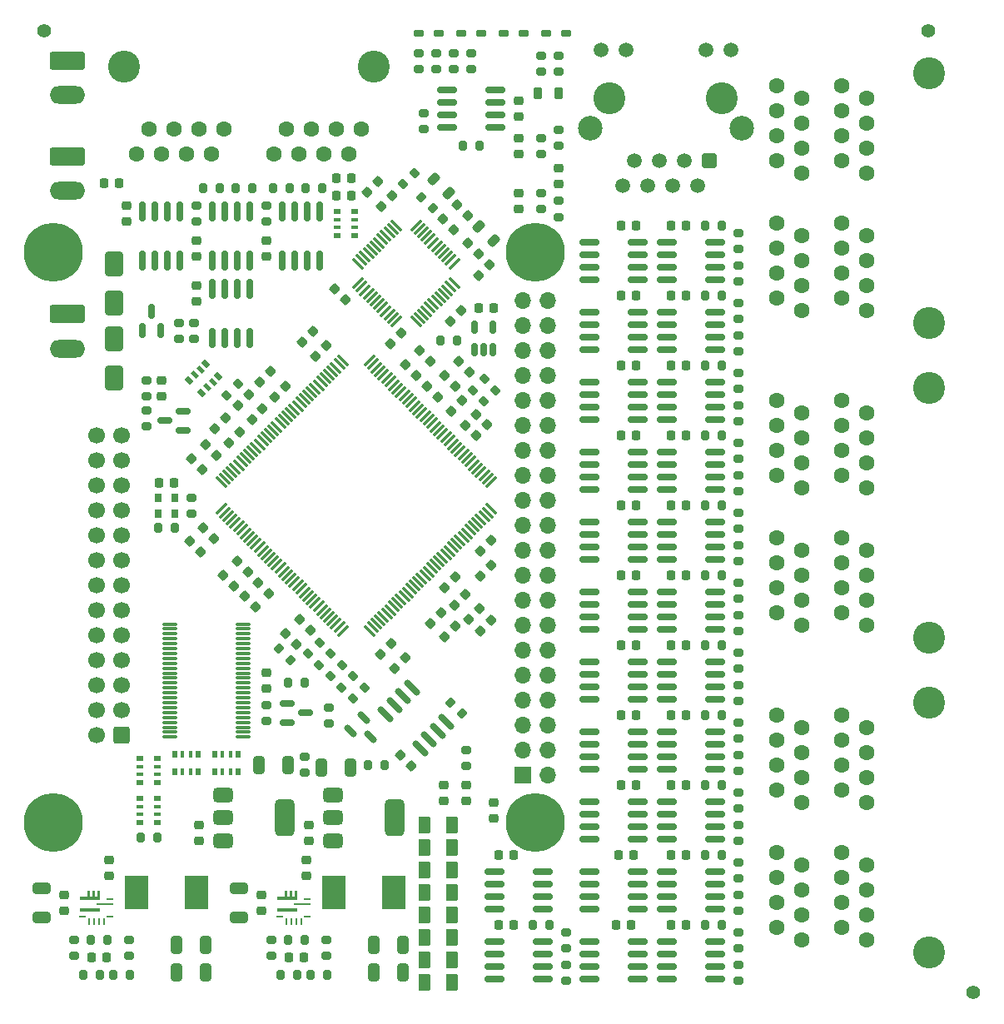
<source format=gbr>
%TF.GenerationSoftware,KiCad,Pcbnew,8.0.5*%
%TF.CreationDate,2025-02-16T21:21:17+01:00*%
%TF.ProjectId,stmbl-fpga-master,73746d62-6c2d-4667-9067-612d6d617374,rev?*%
%TF.SameCoordinates,Original*%
%TF.FileFunction,Soldermask,Top*%
%TF.FilePolarity,Negative*%
%FSLAX46Y46*%
G04 Gerber Fmt 4.6, Leading zero omitted, Abs format (unit mm)*
G04 Created by KiCad (PCBNEW 8.0.5) date 2025-02-16 21:21:17*
%MOMM*%
%LPD*%
G01*
G04 APERTURE LIST*
G04 Aperture macros list*
%AMRoundRect*
0 Rectangle with rounded corners*
0 $1 Rounding radius*
0 $2 $3 $4 $5 $6 $7 $8 $9 X,Y pos of 4 corners*
0 Add a 4 corners polygon primitive as box body*
4,1,4,$2,$3,$4,$5,$6,$7,$8,$9,$2,$3,0*
0 Add four circle primitives for the rounded corners*
1,1,$1+$1,$2,$3*
1,1,$1+$1,$4,$5*
1,1,$1+$1,$6,$7*
1,1,$1+$1,$8,$9*
0 Add four rect primitives between the rounded corners*
20,1,$1+$1,$2,$3,$4,$5,0*
20,1,$1+$1,$4,$5,$6,$7,0*
20,1,$1+$1,$6,$7,$8,$9,0*
20,1,$1+$1,$8,$9,$2,$3,0*%
%AMRotRect*
0 Rectangle, with rotation*
0 The origin of the aperture is its center*
0 $1 length*
0 $2 width*
0 $3 Rotation angle, in degrees counterclockwise*
0 Add horizontal line*
21,1,$1,$2,0,0,$3*%
%AMFreePoly0*
4,1,43,0.169134,1.046194,0.185355,1.035355,0.196194,1.019134,0.200000,1.000000,0.200000,0.225000,0.700000,0.225000,0.735355,0.210355,0.750000,0.175000,0.750000,0.025000,0.735355,-0.010355,0.700000,-0.025000,0.200000,-0.025000,0.200000,-0.275000,0.700000,-0.275000,0.735355,-0.289645,0.750000,-0.325000,0.750000,-0.475000,0.735355,-0.510355,0.700000,-0.525000,0.200000,-0.525000,
0.200000,-0.775000,0.700000,-0.775000,0.735355,-0.789645,0.750000,-0.825000,0.750000,-0.975000,0.735355,-1.010355,0.700000,-1.025000,0.192274,-1.025000,0.185355,-1.035355,0.169134,-1.046194,0.150000,-1.050000,-0.150000,-1.050000,-0.169134,-1.046194,-0.185355,-1.035355,-0.196194,-1.019134,-0.200000,-1.000000,-0.200000,1.000000,-0.196194,1.019134,-0.185355,1.035355,-0.169134,1.046194,
-0.150000,1.050000,0.150000,1.050000,0.169134,1.046194,0.169134,1.046194,$1*%
G04 Aperture macros list end*
%ADD10C,1.400000*%
%ADD11O,3.600000X1.800000*%
%ADD12RoundRect,0.250000X-1.550000X0.650000X-1.550000X-0.650000X1.550000X-0.650000X1.550000X0.650000X0*%
%ADD13RoundRect,0.075000X0.662500X0.075000X-0.662500X0.075000X-0.662500X-0.075000X0.662500X-0.075000X0*%
%ADD14RoundRect,0.150000X-0.825000X-0.150000X0.825000X-0.150000X0.825000X0.150000X-0.825000X0.150000X0*%
%ADD15RoundRect,0.200000X-0.053033X0.335876X-0.335876X0.053033X0.053033X-0.335876X0.335876X-0.053033X0*%
%ADD16RoundRect,0.225000X0.225000X0.250000X-0.225000X0.250000X-0.225000X-0.250000X0.225000X-0.250000X0*%
%ADD17RoundRect,0.225000X-0.335876X-0.017678X-0.017678X-0.335876X0.335876X0.017678X0.017678X0.335876X0*%
%ADD18RoundRect,0.225000X0.335876X0.017678X0.017678X0.335876X-0.335876X-0.017678X-0.017678X-0.335876X0*%
%ADD19RoundRect,0.200000X-0.275000X0.200000X-0.275000X-0.200000X0.275000X-0.200000X0.275000X0.200000X0*%
%ADD20RoundRect,0.225000X-0.250000X0.225000X-0.250000X-0.225000X0.250000X-0.225000X0.250000X0.225000X0*%
%ADD21RoundRect,0.200000X-0.200000X-0.275000X0.200000X-0.275000X0.200000X0.275000X-0.200000X0.275000X0*%
%ADD22RoundRect,0.225000X-0.017678X0.335876X-0.335876X0.017678X0.017678X-0.335876X0.335876X-0.017678X0*%
%ADD23RoundRect,0.225000X-0.225000X-0.250000X0.225000X-0.250000X0.225000X0.250000X-0.225000X0.250000X0*%
%ADD24RoundRect,0.200000X-0.335876X-0.053033X-0.053033X-0.335876X0.335876X0.053033X0.053033X0.335876X0*%
%ADD25RoundRect,0.225000X0.017678X-0.335876X0.335876X-0.017678X-0.017678X0.335876X-0.335876X0.017678X0*%
%ADD26RoundRect,0.250000X-0.375000X-0.625000X0.375000X-0.625000X0.375000X0.625000X-0.375000X0.625000X0*%
%ADD27RoundRect,0.250000X0.325000X0.650000X-0.325000X0.650000X-0.325000X-0.650000X0.325000X-0.650000X0*%
%ADD28RoundRect,0.200000X0.335876X0.053033X0.053033X0.335876X-0.335876X-0.053033X-0.053033X-0.335876X0*%
%ADD29RoundRect,0.218750X-0.256250X0.218750X-0.256250X-0.218750X0.256250X-0.218750X0.256250X0.218750X0*%
%ADD30RoundRect,0.200000X0.275000X-0.200000X0.275000X0.200000X-0.275000X0.200000X-0.275000X-0.200000X0*%
%ADD31RoundRect,0.150000X-0.521491X0.309359X0.309359X-0.521491X0.521491X-0.309359X-0.309359X0.521491X0*%
%ADD32RoundRect,0.200000X0.053033X-0.335876X0.335876X-0.053033X-0.053033X0.335876X-0.335876X0.053033X0*%
%ADD33RoundRect,0.187500X0.312500X0.187500X-0.312500X0.187500X-0.312500X-0.187500X0.312500X-0.187500X0*%
%ADD34RoundRect,0.150000X0.150000X-0.825000X0.150000X0.825000X-0.150000X0.825000X-0.150000X-0.825000X0*%
%ADD35C,1.600000*%
%ADD36C,3.250000*%
%ADD37RoundRect,0.375000X-0.625000X-0.375000X0.625000X-0.375000X0.625000X0.375000X-0.625000X0.375000X0*%
%ADD38RoundRect,0.500000X-0.500000X-1.400000X0.500000X-1.400000X0.500000X1.400000X-0.500000X1.400000X0*%
%ADD39RoundRect,0.250000X0.600000X0.600000X-0.600000X0.600000X-0.600000X-0.600000X0.600000X-0.600000X0*%
%ADD40C,1.700000*%
%ADD41R,2.350000X3.500000*%
%ADD42RoundRect,0.250000X-0.650000X0.325000X-0.650000X-0.325000X0.650000X-0.325000X0.650000X0.325000X0*%
%ADD43R,0.500000X0.800000*%
%ADD44R,0.400000X0.800000*%
%ADD45RoundRect,0.225000X0.250000X-0.225000X0.250000X0.225000X-0.250000X0.225000X-0.250000X-0.225000X0*%
%ADD46RoundRect,0.050000X0.075000X0.250000X-0.075000X0.250000X-0.075000X-0.250000X0.075000X-0.250000X0*%
%ADD47RoundRect,0.050000X0.250000X-0.075000X0.250000X0.075000X-0.250000X0.075000X-0.250000X-0.075000X0*%
%ADD48RoundRect,0.050000X0.800000X-0.075000X0.800000X0.075000X-0.800000X0.075000X-0.800000X-0.075000X0*%
%ADD49FreePoly0,90.000000*%
%ADD50RoundRect,0.050000X1.000000X-0.150000X1.000000X0.150000X-1.000000X0.150000X-1.000000X-0.150000X0*%
%ADD51RoundRect,0.150000X0.587500X0.150000X-0.587500X0.150000X-0.587500X-0.150000X0.587500X-0.150000X0*%
%ADD52RoundRect,0.150000X-0.587500X-0.150000X0.587500X-0.150000X0.587500X0.150000X-0.587500X0.150000X0*%
%ADD53RoundRect,0.200000X0.200000X0.275000X-0.200000X0.275000X-0.200000X-0.275000X0.200000X-0.275000X0*%
%ADD54RoundRect,0.150000X0.150000X-0.512500X0.150000X0.512500X-0.150000X0.512500X-0.150000X-0.512500X0*%
%ADD55RoundRect,0.150000X0.150000X-0.587500X0.150000X0.587500X-0.150000X0.587500X-0.150000X-0.587500X0*%
%ADD56R,0.800000X0.500000*%
%ADD57R,0.800000X0.400000*%
%ADD58RoundRect,0.250000X-0.650000X1.000000X-0.650000X-1.000000X0.650000X-1.000000X0.650000X1.000000X0*%
%ADD59RotRect,0.800000X0.500000X315.000000*%
%ADD60RotRect,0.800000X0.400000X315.000000*%
%ADD61RoundRect,0.250000X0.650000X-1.000000X0.650000X1.000000X-0.650000X1.000000X-0.650000X-1.000000X0*%
%ADD62RoundRect,0.075000X-0.521491X0.415425X0.415425X-0.521491X0.521491X-0.415425X-0.415425X0.521491X0*%
%ADD63RoundRect,0.075000X-0.521491X-0.415425X-0.415425X-0.521491X0.521491X0.415425X0.415425X0.521491X0*%
%ADD64C,2.500000*%
%ADD65C,1.500000*%
%ADD66RoundRect,0.250500X0.499500X0.499500X-0.499500X0.499500X-0.499500X-0.499500X0.499500X-0.499500X0*%
%ADD67R,0.650000X0.850000*%
%ADD68O,1.700000X1.700000*%
%ADD69R,1.700000X1.700000*%
%ADD70C,6.000000*%
%ADD71RoundRect,0.150000X-0.689429X0.477297X0.477297X-0.689429X0.689429X-0.477297X-0.477297X0.689429X0*%
%ADD72RoundRect,0.075000X0.521491X-0.415425X-0.415425X0.521491X-0.521491X0.415425X0.415425X-0.521491X0*%
%ADD73RoundRect,0.075000X0.521491X0.415425X0.415425X0.521491X-0.521491X-0.415425X-0.415425X-0.521491X0*%
%ADD74RoundRect,0.218750X-0.424264X-0.114905X-0.114905X-0.424264X0.424264X0.114905X0.114905X0.424264X0*%
%ADD75RoundRect,0.218750X0.218750X0.381250X-0.218750X0.381250X-0.218750X-0.381250X0.218750X-0.381250X0*%
G04 APERTURE END LIST*
D10*
%TO.C,REF\u002A\u002A*%
X32540000Y-31016000D03*
%TD*%
%TO.C,REF\u002A\u002A*%
X127028000Y-128806000D03*
%TD*%
D11*
%TO.C,J2*%
X34932500Y-47250000D03*
D12*
X34932500Y-43750000D03*
%TD*%
D13*
%TO.C,U2401*%
X52762500Y-102806000D03*
X52762500Y-102306000D03*
X52762500Y-101806000D03*
X52762500Y-101306000D03*
X52762500Y-100806000D03*
X52762500Y-100306000D03*
X52762500Y-99806000D03*
X52762500Y-99306000D03*
X52762500Y-98806000D03*
X52762500Y-98306000D03*
X52762500Y-97806000D03*
X52762500Y-97306000D03*
X52762500Y-96806000D03*
X52762500Y-96306000D03*
X52762500Y-95806000D03*
X52762500Y-95306000D03*
X52762500Y-94806000D03*
X52762500Y-94306000D03*
X52762500Y-93806000D03*
X52762500Y-93306000D03*
X52762500Y-92806000D03*
X52762500Y-92306000D03*
X52762500Y-91806000D03*
X52762500Y-91306000D03*
X45337500Y-91306000D03*
X45337500Y-91806000D03*
X45337500Y-92306000D03*
X45337500Y-92806000D03*
X45337500Y-93306000D03*
X45337500Y-93806000D03*
X45337500Y-94306000D03*
X45337500Y-94806000D03*
X45337500Y-95306000D03*
X45337500Y-95806000D03*
X45337500Y-96306000D03*
X45337500Y-96806000D03*
X45337500Y-97306000D03*
X45337500Y-97806000D03*
X45337500Y-98306000D03*
X45337500Y-98806000D03*
X45337500Y-99306000D03*
X45337500Y-99806000D03*
X45337500Y-100306000D03*
X45337500Y-100806000D03*
X45337500Y-101306000D03*
X45337500Y-101806000D03*
X45337500Y-102306000D03*
X45337500Y-102806000D03*
%TD*%
D14*
%TO.C,U1802*%
X95851000Y-80927000D03*
X95851000Y-82197000D03*
X95851000Y-83467000D03*
X95851000Y-84737000D03*
X100801000Y-84737000D03*
X100801000Y-83467000D03*
X100801000Y-82197000D03*
X100801000Y-80927000D03*
%TD*%
D15*
%TO.C,R116*%
X63984363Y-96599637D03*
X62817637Y-97766363D03*
%TD*%
D16*
%TO.C,C2102*%
X97831000Y-121948000D03*
X96281000Y-121948000D03*
%TD*%
D14*
%TO.C,U1102*%
X95851000Y-73815000D03*
X95851000Y-75085000D03*
X95851000Y-76355000D03*
X95851000Y-77625000D03*
X100801000Y-77625000D03*
X100801000Y-76355000D03*
X100801000Y-75085000D03*
X100801000Y-73815000D03*
%TD*%
D17*
%TO.C,C126*%
X54343992Y-87109992D03*
X55440008Y-88206008D03*
%TD*%
D18*
%TO.C,C122*%
X48455008Y-84015008D03*
X47358992Y-82918992D03*
%TD*%
D19*
%TO.C,R1903*%
X103152000Y-97501000D03*
X103152000Y-99151000D03*
%TD*%
D20*
%TO.C,C2202*%
X48034000Y-52339000D03*
X48034000Y-53889000D03*
%TD*%
D19*
%TO.C,R106*%
X75466000Y-104105000D03*
X75466000Y-105755000D03*
%TD*%
%TO.C,R609*%
X83086000Y-47463000D03*
X83086000Y-49113000D03*
%TD*%
D16*
%TO.C,C207*%
X38903000Y-125250000D03*
X37353000Y-125250000D03*
%TD*%
D21*
%TO.C,R209*%
X59655000Y-127028000D03*
X61305000Y-127028000D03*
%TD*%
D22*
%TO.C,C120*%
X74363008Y-91554992D03*
X73266992Y-92651008D03*
%TD*%
D23*
%TO.C,C608*%
X62245000Y-47780000D03*
X63795000Y-47780000D03*
%TD*%
D11*
%TO.C,J1*%
X34932500Y-63305000D03*
D12*
X34932500Y-59805000D03*
%TD*%
D17*
%TO.C,C609*%
X75646987Y-52591520D03*
X76743003Y-53687536D03*
%TD*%
D24*
%TO.C,R105*%
X73866637Y-99266637D03*
X75033363Y-100433363D03*
%TD*%
D25*
%TO.C,C119*%
X68186992Y-95826008D03*
X69283008Y-94729992D03*
%TD*%
D19*
%TO.C,R1703*%
X103152000Y-69053000D03*
X103152000Y-70703000D03*
%TD*%
D26*
%TO.C,F81*%
X71272000Y-111788000D03*
X74072000Y-111788000D03*
%TD*%
D16*
%TO.C,C703*%
X78273000Y-59210000D03*
X76723000Y-59210000D03*
%TD*%
D14*
%TO.C,U1302*%
X95851000Y-102263000D03*
X95851000Y-103533000D03*
X95851000Y-104803000D03*
X95851000Y-106073000D03*
X100801000Y-106073000D03*
X100801000Y-104803000D03*
X100801000Y-103533000D03*
X100801000Y-102263000D03*
%TD*%
D27*
%TO.C,C211*%
X69067000Y-123980000D03*
X66117000Y-123980000D03*
%TD*%
D21*
%TO.C,R207*%
X36541000Y-127028000D03*
X38191000Y-127028000D03*
%TD*%
D19*
%TO.C,R1502*%
X85626000Y-122647000D03*
X85626000Y-124297000D03*
%TD*%
D16*
%TO.C,C1302*%
X97831000Y-100612000D03*
X96281000Y-100612000D03*
%TD*%
D17*
%TO.C,C123*%
X52946992Y-88506992D03*
X54043008Y-89603008D03*
%TD*%
D23*
%TO.C,C610*%
X62245000Y-46002000D03*
X63795000Y-46002000D03*
%TD*%
D28*
%TO.C,R603*%
X72108624Y-49053158D03*
X70941898Y-47886432D03*
%TD*%
D25*
%TO.C,C115*%
X66789992Y-94429008D03*
X67886008Y-93332992D03*
%TD*%
D21*
%TO.C,R2202*%
X48733000Y-47018000D03*
X50383000Y-47018000D03*
%TD*%
%TO.C,R703*%
X72863000Y-62512000D03*
X74513000Y-62512000D03*
%TD*%
D14*
%TO.C,U2002*%
X95851000Y-109375000D03*
X95851000Y-110645000D03*
X95851000Y-111915000D03*
X95851000Y-113185000D03*
X100801000Y-113185000D03*
X100801000Y-111915000D03*
X100801000Y-110645000D03*
X100801000Y-109375000D03*
%TD*%
%TO.C,U1701*%
X87977000Y-66703000D03*
X87977000Y-67973000D03*
X87977000Y-69243000D03*
X87977000Y-70513000D03*
X92927000Y-70513000D03*
X92927000Y-69243000D03*
X92927000Y-67973000D03*
X92927000Y-66703000D03*
%TD*%
D29*
%TO.C,D6*%
X73180000Y-107698499D03*
X73180000Y-109273501D03*
%TD*%
D19*
%TO.C,R111*%
X47526000Y-78451000D03*
X47526000Y-80101000D03*
%TD*%
D30*
%TO.C,R108*%
X74196000Y-34889000D03*
X74196000Y-33239000D03*
%TD*%
D19*
%TO.C,R1803*%
X103152000Y-83277000D03*
X103152000Y-84927000D03*
%TD*%
D31*
%TO.C,U101*%
X65060839Y-100801336D03*
X63717336Y-102144839D03*
X65714913Y-102798913D03*
%TD*%
D19*
%TO.C,R1203*%
X103152000Y-90389000D03*
X103152000Y-92039000D03*
%TD*%
D14*
%TO.C,U1002*%
X95851000Y-59591000D03*
X95851000Y-60861000D03*
X95851000Y-62131000D03*
X95851000Y-63401000D03*
X100801000Y-63401000D03*
X100801000Y-62131000D03*
X100801000Y-60861000D03*
X100801000Y-59591000D03*
%TD*%
D21*
%TO.C,R2303*%
X59147000Y-47018000D03*
X60797000Y-47018000D03*
%TD*%
%TO.C,R1101*%
X99787000Y-72164000D03*
X101437000Y-72164000D03*
%TD*%
D19*
%TO.C,R1103*%
X103152000Y-76165000D03*
X103152000Y-77815000D03*
%TD*%
D32*
%TO.C,R112*%
X61674637Y-96623363D03*
X62841363Y-95456637D03*
%TD*%
D30*
%TO.C,R110*%
X70640000Y-34889000D03*
X70640000Y-33239000D03*
%TD*%
D16*
%TO.C,C1401*%
X92497000Y-114836000D03*
X90947000Y-114836000D03*
%TD*%
D19*
%TO.C,R1002*%
X103152000Y-58639000D03*
X103152000Y-60289000D03*
%TD*%
D14*
%TO.C,U602*%
X73499000Y-36985000D03*
X73499000Y-38255000D03*
X73499000Y-39525000D03*
X73499000Y-40795000D03*
X78449000Y-40795000D03*
X78449000Y-39525000D03*
X78449000Y-38255000D03*
X78449000Y-36985000D03*
%TD*%
D33*
%TO.C,D1*%
X70656000Y-31219200D03*
X72656000Y-31219200D03*
%TD*%
D25*
%TO.C,C107*%
X56018972Y-68211306D03*
X57114988Y-67115290D03*
%TD*%
D34*
%TO.C,U2201*%
X42573000Y-54306000D03*
X43843000Y-54306000D03*
X45113000Y-54306000D03*
X46383000Y-54306000D03*
X46383000Y-49356000D03*
X45113000Y-49356000D03*
X43843000Y-49356000D03*
X42573000Y-49356000D03*
%TD*%
D14*
%TO.C,U1602*%
X95851000Y-52479000D03*
X95851000Y-53749000D03*
X95851000Y-55019000D03*
X95851000Y-56289000D03*
X100801000Y-56289000D03*
X100801000Y-55019000D03*
X100801000Y-53749000D03*
X100801000Y-52479000D03*
%TD*%
%TO.C,U1201*%
X87977000Y-88039000D03*
X87977000Y-89309000D03*
X87977000Y-90579000D03*
X87977000Y-91849000D03*
X92927000Y-91849000D03*
X92927000Y-90579000D03*
X92927000Y-89309000D03*
X92927000Y-88039000D03*
%TD*%
D35*
%TO.C,J6*%
X109610000Y-59430000D03*
X107070000Y-58160000D03*
X109610000Y-56890000D03*
X107070000Y-55620000D03*
X109610000Y-54350000D03*
X107070000Y-53080000D03*
X109610000Y-51810000D03*
X107070000Y-50540000D03*
X109610000Y-45460000D03*
X107070000Y-44190000D03*
X109610000Y-42920000D03*
X107070000Y-41650000D03*
X109610000Y-40380000D03*
X107070000Y-39110000D03*
X109610000Y-37840000D03*
X107070000Y-36570000D03*
X116190000Y-59430000D03*
X113650000Y-58160000D03*
X116190000Y-56890000D03*
X113650000Y-55620000D03*
X116190000Y-54350000D03*
X113650000Y-53080000D03*
X116190000Y-51810000D03*
X113650000Y-50540000D03*
X116190000Y-45460000D03*
X113650000Y-44190000D03*
X116190000Y-42920000D03*
X113650000Y-41650000D03*
X116190000Y-40380000D03*
X113650000Y-39110000D03*
X116190000Y-37840000D03*
X113650000Y-36570000D03*
D36*
X122540000Y-35300000D03*
X122540000Y-60700000D03*
%TD*%
D16*
%TO.C,C2002*%
X97831000Y-107724000D03*
X96281000Y-107724000D03*
%TD*%
D37*
%TO.C,U203*%
X50726000Y-108726000D03*
X50726000Y-111026000D03*
D38*
X57026000Y-111026000D03*
D37*
X50726000Y-113326000D03*
%TD*%
D16*
%TO.C,C1202*%
X97831000Y-86388000D03*
X96281000Y-86388000D03*
%TD*%
D20*
%TO.C,C2301*%
X48034000Y-56911000D03*
X48034000Y-58461000D03*
%TD*%
D16*
%TO.C,C208*%
X58969000Y-125250000D03*
X57419000Y-125250000D03*
%TD*%
D19*
%TO.C,R1902*%
X103152000Y-94199000D03*
X103152000Y-95849000D03*
%TD*%
D20*
%TO.C,C612*%
X80800000Y-41925000D03*
X80800000Y-43475000D03*
%TD*%
%TO.C,C2401*%
X55146000Y-96281000D03*
X55146000Y-97831000D03*
%TD*%
D18*
%TO.C,C128*%
X72561028Y-68211306D03*
X71465012Y-67115290D03*
%TD*%
D23*
%TO.C,C102*%
X38623000Y-46510000D03*
X40173000Y-46510000D03*
%TD*%
D30*
%TO.C,R104*%
X47780000Y-62321000D03*
X47780000Y-60671000D03*
%TD*%
D16*
%TO.C,C1902*%
X97831000Y-93500000D03*
X96281000Y-93500000D03*
%TD*%
D19*
%TO.C,R1403*%
X103152000Y-118837000D03*
X103152000Y-120487000D03*
%TD*%
D18*
%TO.C,C137*%
X51884008Y-87444008D03*
X50787992Y-86347992D03*
%TD*%
D14*
%TO.C,U1901*%
X87977000Y-95151000D03*
X87977000Y-96421000D03*
X87977000Y-97691000D03*
X87977000Y-98961000D03*
X92927000Y-98961000D03*
X92927000Y-97691000D03*
X92927000Y-96421000D03*
X92927000Y-95151000D03*
%TD*%
D17*
%TO.C,C603*%
X74569357Y-48640208D03*
X75665373Y-49736224D03*
%TD*%
D25*
%TO.C,C129*%
X54470992Y-66743008D03*
X55567008Y-65646992D03*
%TD*%
D14*
%TO.C,U1202*%
X95851000Y-88039000D03*
X95851000Y-89309000D03*
X95851000Y-90579000D03*
X95851000Y-91849000D03*
X100801000Y-91849000D03*
X100801000Y-90579000D03*
X100801000Y-89309000D03*
X100801000Y-88039000D03*
%TD*%
D25*
%TO.C,C110*%
X76493956Y-72162618D03*
X77589972Y-71066602D03*
%TD*%
D20*
%TO.C,C206*%
X59210000Y-115331000D03*
X59210000Y-116881000D03*
%TD*%
D22*
%TO.C,C607*%
X74946951Y-59416515D03*
X73850935Y-60512531D03*
%TD*%
D39*
%TO.C,J4*%
X40414000Y-102644000D03*
D40*
X37874000Y-102644000D03*
X40414000Y-100104000D03*
X37874000Y-100104000D03*
X40414000Y-97564000D03*
X37874000Y-97564000D03*
X40414000Y-95024000D03*
X37874000Y-95024000D03*
X40414000Y-92484000D03*
X37874000Y-92484000D03*
X40414000Y-89944000D03*
X37874000Y-89944000D03*
X40414000Y-87404000D03*
X37874000Y-87404000D03*
X40414000Y-84864000D03*
X37874000Y-84864000D03*
X40414000Y-82324000D03*
X37874000Y-82324000D03*
X40414000Y-79784000D03*
X37874000Y-79784000D03*
X40414000Y-77244000D03*
X37874000Y-77244000D03*
X40414000Y-74704000D03*
X37874000Y-74704000D03*
X40414000Y-72164000D03*
X37874000Y-72164000D03*
%TD*%
D18*
%TO.C,C139*%
X75793920Y-65696834D03*
X74697904Y-64600818D03*
%TD*%
%TO.C,C133*%
X69918008Y-105732008D03*
X68821992Y-104635992D03*
%TD*%
D14*
%TO.C,U1801*%
X87977000Y-80927000D03*
X87977000Y-82197000D03*
X87977000Y-83467000D03*
X87977000Y-84737000D03*
X92927000Y-84737000D03*
X92927000Y-83467000D03*
X92927000Y-82197000D03*
X92927000Y-80927000D03*
%TD*%
D41*
%TO.C,L201*%
X41961000Y-118646000D03*
X48011000Y-118646000D03*
%TD*%
D19*
%TO.C,R1402*%
X103152000Y-115535000D03*
X103152000Y-117185000D03*
%TD*%
D22*
%TO.C,C116*%
X72966008Y-90157992D03*
X71869992Y-91254008D03*
%TD*%
D35*
%TO.C,J9*%
X64798000Y-40952000D03*
X63528000Y-43492000D03*
X62258000Y-40952000D03*
X60988000Y-43492000D03*
X59718000Y-40952000D03*
X58448000Y-43492000D03*
X57178000Y-40952000D03*
X55908000Y-43492000D03*
X50828000Y-40952000D03*
X49558000Y-43492000D03*
X48288000Y-40952000D03*
X47018000Y-43492000D03*
X45748000Y-40952000D03*
X44478000Y-43492000D03*
X43208000Y-40952000D03*
X41938000Y-43492000D03*
D36*
X40668000Y-34602000D03*
X66068000Y-34602000D03*
%TD*%
D25*
%TO.C,C112*%
X75416325Y-71084988D03*
X76512341Y-69988972D03*
%TD*%
D20*
%TO.C,C203*%
X34572000Y-118887000D03*
X34572000Y-120437000D03*
%TD*%
D42*
%TO.C,C202*%
X52352000Y-118187000D03*
X52352000Y-121137000D03*
%TD*%
D19*
%TO.C,R2102*%
X103152000Y-122647000D03*
X103152000Y-124297000D03*
%TD*%
%TO.C,R1802*%
X103152000Y-79975000D03*
X103152000Y-81625000D03*
%TD*%
D43*
%TO.C,RN2402*%
X52282000Y-104538000D03*
D44*
X51482000Y-104538000D03*
X50682000Y-104538000D03*
D43*
X49882000Y-104538000D03*
X49882000Y-106338000D03*
D44*
X50682000Y-106338000D03*
X51482000Y-106338000D03*
D43*
X52282000Y-106338000D03*
%TD*%
D45*
%TO.C,C614*%
X80800000Y-49063000D03*
X80800000Y-47513000D03*
%TD*%
D26*
%TO.C,F82*%
X71272000Y-114074000D03*
X74072000Y-114074000D03*
%TD*%
D32*
%TO.C,R702*%
X76152637Y-67540363D03*
X77319363Y-66373637D03*
%TD*%
D41*
%TO.C,L202*%
X62027000Y-118646000D03*
X68077000Y-118646000D03*
%TD*%
D14*
%TO.C,U1101*%
X87977000Y-73815000D03*
X87977000Y-75085000D03*
X87977000Y-76355000D03*
X87977000Y-77625000D03*
X92927000Y-77625000D03*
X92927000Y-76355000D03*
X92927000Y-75085000D03*
X92927000Y-73815000D03*
%TD*%
D27*
%TO.C,C209*%
X49001000Y-123980000D03*
X46051000Y-123980000D03*
%TD*%
D25*
%TO.C,C135*%
X49912398Y-71444198D03*
X51008414Y-70348182D03*
%TD*%
D16*
%TO.C,C1002*%
X97831000Y-57940000D03*
X96281000Y-57940000D03*
%TD*%
D46*
%TO.C,U201*%
X37124000Y-121570000D03*
X37624000Y-121570000D03*
X38124000Y-121570000D03*
X38624000Y-121570000D03*
D47*
X39274000Y-121100000D03*
D48*
X38724000Y-119800000D03*
D47*
X39274000Y-119300000D03*
D49*
X37224000Y-119220000D03*
D50*
X37224000Y-120380000D03*
D47*
X36474000Y-121100000D03*
%TD*%
D21*
%TO.C,R1701*%
X99787000Y-65052000D03*
X101437000Y-65052000D03*
%TD*%
D30*
%TO.C,R604*%
X84864000Y-35143000D03*
X84864000Y-33493000D03*
%TD*%
D19*
%TO.C,R1702*%
X103152000Y-65751000D03*
X103152000Y-67401000D03*
%TD*%
D14*
%TO.C,U1402*%
X95851000Y-116487000D03*
X95851000Y-117757000D03*
X95851000Y-119027000D03*
X95851000Y-120297000D03*
X100801000Y-120297000D03*
X100801000Y-119027000D03*
X100801000Y-117757000D03*
X100801000Y-116487000D03*
%TD*%
D25*
%TO.C,C109*%
X58788992Y-62679008D03*
X59885008Y-61582992D03*
%TD*%
D28*
%TO.C,R114*%
X57634363Y-94972363D03*
X56467637Y-93805637D03*
%TD*%
D26*
%TO.C,F61*%
X71272000Y-123218000D03*
X74072000Y-123218000D03*
%TD*%
D30*
%TO.C,R2301*%
X55146000Y-50383000D03*
X55146000Y-48733000D03*
%TD*%
D51*
%TO.C,D102*%
X46685500Y-71590000D03*
X46685500Y-69690000D03*
X44810499Y-70640000D03*
%TD*%
D26*
%TO.C,F4*%
X71272000Y-125504000D03*
X74072000Y-125504000D03*
%TD*%
D45*
%TO.C,C213*%
X48288000Y-113325000D03*
X48288000Y-111775000D03*
%TD*%
D32*
%TO.C,R601*%
X51133637Y-68048363D03*
X52300363Y-66881637D03*
%TD*%
D20*
%TO.C,C205*%
X39144000Y-115331000D03*
X39144000Y-116881000D03*
%TD*%
D52*
%TO.C,Q2401*%
X57256500Y-99408000D03*
X57256500Y-101308000D03*
X59131500Y-100358000D03*
%TD*%
D16*
%TO.C,C2101*%
X92243000Y-121948000D03*
X90693000Y-121948000D03*
%TD*%
D21*
%TO.C,R206*%
X39589000Y-127028000D03*
X41239000Y-127028000D03*
%TD*%
D43*
%TO.C,RN2401*%
X48218000Y-104538000D03*
D44*
X47418000Y-104538000D03*
X46618000Y-104538000D03*
D43*
X45818000Y-104538000D03*
X45818000Y-106338000D03*
D44*
X46618000Y-106338000D03*
X47418000Y-106338000D03*
D43*
X48218000Y-106338000D03*
%TD*%
D19*
%TO.C,R1303*%
X103152000Y-104613000D03*
X103152000Y-106263000D03*
%TD*%
D53*
%TO.C,R2404*%
X44033000Y-113058000D03*
X42383000Y-113058000D03*
%TD*%
D21*
%TO.C,R1601*%
X99787000Y-50828000D03*
X101437000Y-50828000D03*
%TD*%
D16*
%TO.C,C1501*%
X80305000Y-114836000D03*
X78755000Y-114836000D03*
%TD*%
D18*
%TO.C,C104*%
X49852008Y-82618008D03*
X48755992Y-81521992D03*
%TD*%
D16*
%TO.C,C1802*%
X97831000Y-79276000D03*
X96281000Y-79276000D03*
%TD*%
D32*
%TO.C,R115*%
X60531637Y-95480363D03*
X61698363Y-94313637D03*
%TD*%
D45*
%TO.C,C101*%
X44478000Y-68113000D03*
X44478000Y-66563000D03*
%TD*%
D14*
%TO.C,U1702*%
X95851000Y-66703000D03*
X95851000Y-67973000D03*
X95851000Y-69243000D03*
X95851000Y-70513000D03*
X100801000Y-70513000D03*
X100801000Y-69243000D03*
X100801000Y-67973000D03*
X100801000Y-66703000D03*
%TD*%
D22*
%TO.C,C701*%
X78046008Y-90919992D03*
X76949992Y-92016008D03*
%TD*%
D34*
%TO.C,U2301*%
X49685000Y-62193000D03*
X50955000Y-62193000D03*
X52225000Y-62193000D03*
X53495000Y-62193000D03*
X53495000Y-57243000D03*
X52225000Y-57243000D03*
X50955000Y-57243000D03*
X49685000Y-57243000D03*
%TD*%
D27*
%TO.C,C210*%
X49001000Y-126774000D03*
X46051000Y-126774000D03*
%TD*%
D42*
%TO.C,C201*%
X32286000Y-118187000D03*
X32286000Y-121137000D03*
%TD*%
D54*
%TO.C,U701*%
X76294001Y-63395500D03*
X77244000Y-63395500D03*
X78193999Y-63395500D03*
X78193999Y-61120500D03*
X76294001Y-61120500D03*
%TD*%
D34*
%TO.C,U2202*%
X49685000Y-54319000D03*
X50955000Y-54319000D03*
X52225000Y-54319000D03*
X53495000Y-54319000D03*
X53495000Y-49369000D03*
X52225000Y-49369000D03*
X50955000Y-49369000D03*
X49685000Y-49369000D03*
%TD*%
D30*
%TO.C,R205*%
X61242000Y-125059000D03*
X61242000Y-123409000D03*
%TD*%
D17*
%TO.C,C103*%
X57096602Y-92260007D03*
X58192618Y-93356023D03*
%TD*%
D22*
%TO.C,C121*%
X53343280Y-68013315D03*
X52247264Y-69109331D03*
%TD*%
D55*
%TO.C,Q101*%
X42512000Y-61417500D03*
X44412000Y-61417500D03*
X43462000Y-59542499D03*
%TD*%
D21*
%TO.C,R208*%
X37303000Y-123472000D03*
X38953000Y-123472000D03*
%TD*%
D30*
%TO.C,R2401*%
X55146000Y-101183000D03*
X55146000Y-99533000D03*
%TD*%
D18*
%TO.C,C134*%
X74357079Y-67133675D03*
X73261063Y-66037659D03*
%TD*%
D20*
%TO.C,C2201*%
X40922000Y-48783000D03*
X40922000Y-50333000D03*
%TD*%
%TO.C,C613*%
X80800000Y-38115000D03*
X80800000Y-39665000D03*
%TD*%
D25*
%TO.C,C117*%
X76949992Y-83888008D03*
X78046008Y-82791992D03*
%TD*%
D30*
%TO.C,R606*%
X84864000Y-42700000D03*
X84864000Y-41050000D03*
%TD*%
D26*
%TO.C,F71*%
X71272000Y-118646000D03*
X74072000Y-118646000D03*
%TD*%
D15*
%TO.C,R117*%
X65127363Y-97742637D03*
X63960637Y-98909363D03*
%TD*%
D19*
%TO.C,R1302*%
X103152000Y-101311000D03*
X103152000Y-102961000D03*
%TD*%
D16*
%TO.C,C1702*%
X97831000Y-65052000D03*
X96281000Y-65052000D03*
%TD*%
D18*
%TO.C,C604*%
X63187008Y-58357269D03*
X62090992Y-57261253D03*
%TD*%
D16*
%TO.C,C1402*%
X97831000Y-114836000D03*
X96281000Y-114836000D03*
%TD*%
D56*
%TO.C,RN2403*%
X42308000Y-105000000D03*
D57*
X42308000Y-105800000D03*
X42308000Y-106600000D03*
D56*
X42308000Y-107400000D03*
X44108000Y-107400000D03*
D57*
X44108000Y-106600000D03*
X44108000Y-105800000D03*
D56*
X44108000Y-105000000D03*
%TD*%
D19*
%TO.C,R1602*%
X103152000Y-51527000D03*
X103152000Y-53177000D03*
%TD*%
D14*
%TO.C,U1902*%
X95851000Y-95151000D03*
X95851000Y-96421000D03*
X95851000Y-97691000D03*
X95851000Y-98961000D03*
X100801000Y-98961000D03*
X100801000Y-97691000D03*
X100801000Y-96421000D03*
X100801000Y-95151000D03*
%TD*%
D25*
%TO.C,C132*%
X74338694Y-89404710D03*
X75434710Y-88308694D03*
%TD*%
D22*
%TO.C,C611*%
X77820633Y-54746782D03*
X76724617Y-55842798D03*
%TD*%
D25*
%TO.C,C130*%
X51349239Y-72881039D03*
X52445255Y-71785023D03*
%TD*%
D16*
%TO.C,C1001*%
X92751000Y-57940000D03*
X91201000Y-57940000D03*
%TD*%
D46*
%TO.C,U202*%
X57190000Y-121570000D03*
X57690000Y-121570000D03*
X58190000Y-121570000D03*
X58690000Y-121570000D03*
D47*
X59340000Y-121100000D03*
D48*
X58790000Y-119800000D03*
D47*
X59340000Y-119300000D03*
D49*
X57290000Y-119220000D03*
D50*
X57290000Y-120380000D03*
D47*
X56540000Y-121100000D03*
%TD*%
D16*
%TO.C,C2001*%
X92751000Y-107724000D03*
X91201000Y-107724000D03*
%TD*%
D17*
%TO.C,C105*%
X58533443Y-90823166D03*
X59629459Y-91919182D03*
%TD*%
D30*
%TO.C,R2402*%
X61496000Y-101437000D03*
X61496000Y-99787000D03*
%TD*%
D21*
%TO.C,R1401*%
X99787000Y-114836000D03*
X101437000Y-114836000D03*
%TD*%
D16*
%TO.C,C1201*%
X92751000Y-86388000D03*
X91201000Y-86388000D03*
%TD*%
D19*
%TO.C,R2103*%
X103152000Y-125949000D03*
X103152000Y-127599000D03*
%TD*%
D21*
%TO.C,R2203*%
X52035000Y-47018000D03*
X53685000Y-47018000D03*
%TD*%
D16*
%TO.C,C1102*%
X97831000Y-72164000D03*
X96281000Y-72164000D03*
%TD*%
D14*
%TO.C,U1502*%
X78325000Y-123599000D03*
X78325000Y-124869000D03*
X78325000Y-126139000D03*
X78325000Y-127409000D03*
X83275000Y-127409000D03*
X83275000Y-126139000D03*
X83275000Y-124869000D03*
X83275000Y-123599000D03*
%TD*%
D19*
%TO.C,R201*%
X35588000Y-123409000D03*
X35588000Y-125059000D03*
%TD*%
D32*
%TO.C,R113*%
X59388637Y-94337363D03*
X60555363Y-93170637D03*
%TD*%
D19*
%TO.C,R103*%
X46256000Y-60671000D03*
X46256000Y-62321000D03*
%TD*%
D16*
%TO.C,C1101*%
X92751000Y-72164000D03*
X91201000Y-72164000D03*
%TD*%
D37*
%TO.C,U204*%
X61902000Y-108726000D03*
X61902000Y-111026000D03*
D38*
X68202000Y-111026000D03*
D37*
X61902000Y-113326000D03*
%TD*%
D30*
%TO.C,R605*%
X83086000Y-35143000D03*
X83086000Y-33493000D03*
%TD*%
D15*
%TO.C,R602*%
X70207363Y-45418637D03*
X69040637Y-46585363D03*
%TD*%
D21*
%TO.C,R1301*%
X99787000Y-100612000D03*
X101437000Y-100612000D03*
%TD*%
D25*
%TO.C,C106*%
X60185992Y-64076008D03*
X61282008Y-62979992D03*
%TD*%
D16*
%TO.C,C136*%
X45761000Y-76990000D03*
X44211000Y-76990000D03*
%TD*%
D17*
%TO.C,C605*%
X73132516Y-50077049D03*
X74228532Y-51173065D03*
%TD*%
D21*
%TO.C,R2302*%
X55845000Y-47018000D03*
X57495000Y-47018000D03*
%TD*%
D30*
%TO.C,R204*%
X41176000Y-125059000D03*
X41176000Y-123409000D03*
%TD*%
D19*
%TO.C,R1603*%
X103152000Y-54829000D03*
X103152000Y-56479000D03*
%TD*%
D27*
%TO.C,C212*%
X69067000Y-126774000D03*
X66117000Y-126774000D03*
%TD*%
D33*
%TO.C,D3*%
X79292000Y-31219200D03*
X81292000Y-31219200D03*
%TD*%
D21*
%TO.C,R1001*%
X99787000Y-57940000D03*
X101437000Y-57940000D03*
%TD*%
D20*
%TO.C,C615*%
X84864000Y-44973000D03*
X84864000Y-46523000D03*
%TD*%
D58*
%TO.C,D103*%
X39652000Y-62289999D03*
X39652000Y-66290001D03*
%TD*%
D33*
%TO.C,D2*%
X74974000Y-31219200D03*
X76974000Y-31219200D03*
%TD*%
D34*
%TO.C,U2302*%
X56797000Y-54319000D03*
X58067000Y-54319000D03*
X59337000Y-54319000D03*
X60607000Y-54319000D03*
X60607000Y-49369000D03*
X59337000Y-49369000D03*
X58067000Y-49369000D03*
X56797000Y-49369000D03*
%TD*%
D59*
%TO.C,RN601*%
X49008132Y-64837076D03*
D60*
X48442447Y-65402761D03*
X47876761Y-65968447D03*
D59*
X47311076Y-66534132D03*
X48583868Y-67806924D03*
D60*
X49149553Y-67241239D03*
X49715239Y-66675553D03*
D59*
X50280924Y-66109868D03*
%TD*%
D19*
%TO.C,R610*%
X71148000Y-39335000D03*
X71148000Y-40985000D03*
%TD*%
D53*
%TO.C,R611*%
X76799000Y-42700000D03*
X75149000Y-42700000D03*
%TD*%
D22*
%TO.C,C606*%
X68902008Y-61709992D03*
X67805992Y-62806008D03*
%TD*%
D53*
%TO.C,R2403*%
X59019000Y-97310000D03*
X57369000Y-97310000D03*
%TD*%
D14*
%TO.C,U1301*%
X87977000Y-102263000D03*
X87977000Y-103533000D03*
X87977000Y-104803000D03*
X87977000Y-106073000D03*
X92927000Y-106073000D03*
X92927000Y-104803000D03*
X92927000Y-103533000D03*
X92927000Y-102263000D03*
%TD*%
D45*
%TO.C,C215*%
X59464000Y-113325000D03*
X59464000Y-111775000D03*
%TD*%
D19*
%TO.C,R101*%
X42954000Y-69561000D03*
X42954000Y-71211000D03*
%TD*%
D61*
%TO.C,D101*%
X39652000Y-58670001D03*
X39652000Y-54669999D03*
%TD*%
D14*
%TO.C,U1601*%
X87977000Y-52479000D03*
X87977000Y-53749000D03*
X87977000Y-55019000D03*
X87977000Y-56289000D03*
X92927000Y-56289000D03*
X92927000Y-55019000D03*
X92927000Y-53749000D03*
X92927000Y-52479000D03*
%TD*%
D21*
%TO.C,R2101*%
X99787000Y-121948000D03*
X101437000Y-121948000D03*
%TD*%
D26*
%TO.C,F9*%
X71272000Y-127790000D03*
X74072000Y-127790000D03*
%TD*%
D62*
%TO.C,U1*%
X62937658Y-64533290D03*
X62584105Y-64886843D03*
X62230551Y-65240396D03*
X61876998Y-65593950D03*
X61523445Y-65947503D03*
X61169891Y-66301057D03*
X60816338Y-66654610D03*
X60462785Y-67008163D03*
X60109231Y-67361717D03*
X59755678Y-67715270D03*
X59402124Y-68068824D03*
X59048571Y-68422377D03*
X58695018Y-68775930D03*
X58341464Y-69129484D03*
X57987911Y-69483037D03*
X57634357Y-69836590D03*
X57280804Y-70190144D03*
X56927251Y-70543697D03*
X56573697Y-70897251D03*
X56220144Y-71250804D03*
X55866590Y-71604357D03*
X55513037Y-71957911D03*
X55159484Y-72311464D03*
X54805930Y-72665018D03*
X54452377Y-73018571D03*
X54098824Y-73372124D03*
X53745270Y-73725678D03*
X53391717Y-74079231D03*
X53038163Y-74432785D03*
X52684610Y-74786338D03*
X52331057Y-75139891D03*
X51977503Y-75493445D03*
X51623950Y-75846998D03*
X51270396Y-76200551D03*
X50916843Y-76554105D03*
X50563290Y-76907658D03*
D63*
X50563290Y-79612342D03*
X50916843Y-79965895D03*
X51270396Y-80319449D03*
X51623950Y-80673002D03*
X51977503Y-81026555D03*
X52331057Y-81380109D03*
X52684610Y-81733662D03*
X53038163Y-82087215D03*
X53391717Y-82440769D03*
X53745270Y-82794322D03*
X54098824Y-83147876D03*
X54452377Y-83501429D03*
X54805930Y-83854982D03*
X55159484Y-84208536D03*
X55513037Y-84562089D03*
X55866590Y-84915643D03*
X56220144Y-85269196D03*
X56573697Y-85622749D03*
X56927251Y-85976303D03*
X57280804Y-86329856D03*
X57634357Y-86683410D03*
X57987911Y-87036963D03*
X58341464Y-87390516D03*
X58695018Y-87744070D03*
X59048571Y-88097623D03*
X59402124Y-88451176D03*
X59755678Y-88804730D03*
X60109231Y-89158283D03*
X60462785Y-89511837D03*
X60816338Y-89865390D03*
X61169891Y-90218943D03*
X61523445Y-90572497D03*
X61876998Y-90926050D03*
X62230551Y-91279604D03*
X62584105Y-91633157D03*
X62937658Y-91986710D03*
D62*
X65642342Y-91986710D03*
X65995895Y-91633157D03*
X66349449Y-91279604D03*
X66703002Y-90926050D03*
X67056555Y-90572497D03*
X67410109Y-90218943D03*
X67763662Y-89865390D03*
X68117215Y-89511837D03*
X68470769Y-89158283D03*
X68824322Y-88804730D03*
X69177876Y-88451176D03*
X69531429Y-88097623D03*
X69884982Y-87744070D03*
X70238536Y-87390516D03*
X70592089Y-87036963D03*
X70945643Y-86683410D03*
X71299196Y-86329856D03*
X71652749Y-85976303D03*
X72006303Y-85622749D03*
X72359856Y-85269196D03*
X72713410Y-84915643D03*
X73066963Y-84562089D03*
X73420516Y-84208536D03*
X73774070Y-83854982D03*
X74127623Y-83501429D03*
X74481176Y-83147876D03*
X74834730Y-82794322D03*
X75188283Y-82440769D03*
X75541837Y-82087215D03*
X75895390Y-81733662D03*
X76248943Y-81380109D03*
X76602497Y-81026555D03*
X76956050Y-80673002D03*
X77309604Y-80319449D03*
X77663157Y-79965895D03*
X78016710Y-79612342D03*
D63*
X78016710Y-76907658D03*
X77663157Y-76554105D03*
X77309604Y-76200551D03*
X76956050Y-75846998D03*
X76602497Y-75493445D03*
X76248943Y-75139891D03*
X75895390Y-74786338D03*
X75541837Y-74432785D03*
X75188283Y-74079231D03*
X74834730Y-73725678D03*
X74481176Y-73372124D03*
X74127623Y-73018571D03*
X73774070Y-72665018D03*
X73420516Y-72311464D03*
X73066963Y-71957911D03*
X72713410Y-71604357D03*
X72359856Y-71250804D03*
X72006303Y-70897251D03*
X71652749Y-70543697D03*
X71299196Y-70190144D03*
X70945643Y-69836590D03*
X70592089Y-69483037D03*
X70238536Y-69129484D03*
X69884982Y-68775930D03*
X69531429Y-68422377D03*
X69177876Y-68068824D03*
X68824322Y-67715270D03*
X68470769Y-67361717D03*
X68117215Y-67008163D03*
X67763662Y-66654610D03*
X67410109Y-66301057D03*
X67056555Y-65947503D03*
X66703002Y-65593950D03*
X66349449Y-65240396D03*
X65995895Y-64886843D03*
X65642342Y-64533290D03*
%TD*%
D19*
%TO.C,R2002*%
X103152000Y-108423000D03*
X103152000Y-110073000D03*
%TD*%
D21*
%TO.C,R1501*%
X82261000Y-121948000D03*
X83911000Y-121948000D03*
%TD*%
D16*
%TO.C,C1601*%
X92751000Y-50828000D03*
X91201000Y-50828000D03*
%TD*%
D19*
%TO.C,R102*%
X42954000Y-66513000D03*
X42954000Y-68163000D03*
%TD*%
D25*
%TO.C,C113*%
X73979484Y-69648147D03*
X75075500Y-68552131D03*
%TD*%
D21*
%TO.C,R1801*%
X99787000Y-79276000D03*
X101437000Y-79276000D03*
%TD*%
D14*
%TO.C,U1001*%
X87977000Y-59591000D03*
X87977000Y-60861000D03*
X87977000Y-62131000D03*
X87977000Y-63401000D03*
X92927000Y-63401000D03*
X92927000Y-62131000D03*
X92927000Y-60861000D03*
X92927000Y-59591000D03*
%TD*%
D16*
%TO.C,C1701*%
X92751000Y-65052000D03*
X91201000Y-65052000D03*
%TD*%
D11*
%TO.C,J3*%
X34932500Y-37500000D03*
D12*
X34932500Y-34000000D03*
%TD*%
D19*
%TO.C,R2003*%
X103152000Y-111725000D03*
X103152000Y-113375000D03*
%TD*%
D14*
%TO.C,U1401*%
X87977000Y-116487000D03*
X87977000Y-117757000D03*
X87977000Y-119027000D03*
X87977000Y-120297000D03*
X92927000Y-120297000D03*
X92927000Y-119027000D03*
X92927000Y-117757000D03*
X92927000Y-116487000D03*
%TD*%
D16*
%TO.C,C1602*%
X97831000Y-50828000D03*
X96281000Y-50828000D03*
%TD*%
D64*
%TO.C,J5*%
X88055000Y-40900000D03*
X103545000Y-40900000D03*
D65*
X89175000Y-32950000D03*
X91715000Y-32950000D03*
X99885000Y-32950000D03*
X102425000Y-32950000D03*
X91360000Y-46750000D03*
X92620000Y-44210000D03*
X93900000Y-46750000D03*
X95160000Y-44210000D03*
X96440000Y-46750000D03*
X97700000Y-44210000D03*
X98980000Y-46750000D03*
D66*
X100240000Y-44210000D03*
D36*
X90085000Y-37850000D03*
X101515000Y-37850000D03*
%TD*%
D14*
%TO.C,U1501*%
X78325000Y-116487000D03*
X78325000Y-117757000D03*
X78325000Y-119027000D03*
X78325000Y-120297000D03*
X83275000Y-120297000D03*
X83275000Y-119027000D03*
X83275000Y-117757000D03*
X83275000Y-116487000D03*
%TD*%
D18*
%TO.C,C108*%
X50110388Y-74138275D03*
X49014372Y-73042259D03*
%TD*%
D25*
%TO.C,C601*%
X65409495Y-47401357D03*
X66505511Y-46305341D03*
%TD*%
D16*
%TO.C,C1801*%
X92751000Y-79276000D03*
X91201000Y-79276000D03*
%TD*%
D21*
%TO.C,R1901*%
X99787000Y-93500000D03*
X101437000Y-93500000D03*
%TD*%
D16*
%TO.C,C1301*%
X92751000Y-100612000D03*
X91201000Y-100612000D03*
%TD*%
D30*
%TO.C,R2201*%
X48034001Y-50383000D03*
X48034001Y-48733000D03*
%TD*%
D53*
%TO.C,R118*%
X45811000Y-81562000D03*
X44161000Y-81562000D03*
%TD*%
D19*
%TO.C,R1003*%
X103152000Y-61941000D03*
X103152000Y-63591000D03*
%TD*%
D67*
%TO.C,U103*%
X45811000Y-78501000D03*
X44161000Y-78501000D03*
X44161000Y-80051000D03*
X45811000Y-80051000D03*
%TD*%
D25*
%TO.C,C127*%
X73261063Y-87608659D03*
X74357079Y-86512643D03*
%TD*%
D68*
%TO.C,U2*%
X83770000Y-58370000D03*
X81230000Y-58370000D03*
X83770000Y-60910000D03*
X81230000Y-60910000D03*
X83770000Y-63450000D03*
X81230000Y-63450000D03*
X83770000Y-65990000D03*
X81230000Y-65990000D03*
X83770000Y-68530000D03*
X81230000Y-68530000D03*
X83770000Y-71070000D03*
X81230000Y-71070000D03*
X83770000Y-73610000D03*
X81230000Y-73610000D03*
X83770000Y-76150000D03*
X81230000Y-76150000D03*
X83770000Y-78690000D03*
X81230000Y-78690000D03*
X83770000Y-81230000D03*
X81230000Y-81230000D03*
X83770000Y-83770000D03*
X81230000Y-83770000D03*
X83770000Y-86310000D03*
X81230000Y-86310000D03*
X83770000Y-88850000D03*
X81230000Y-88850000D03*
X83770000Y-91390000D03*
X81230000Y-91390000D03*
X83770000Y-93930000D03*
X81230000Y-93930000D03*
X83770000Y-96470000D03*
X81230000Y-96470000D03*
X83770000Y-99010000D03*
X81230000Y-99010000D03*
X83770000Y-101550000D03*
X81230000Y-101550000D03*
X83770000Y-104090000D03*
X81230000Y-104090000D03*
X83770000Y-106630000D03*
D69*
X81230000Y-106630000D03*
D70*
X33500000Y-53500000D03*
X33500000Y-111500000D03*
X82500000Y-53500000D03*
X82500000Y-111500000D03*
%TD*%
D26*
%TO.C,F62*%
X71272000Y-120932000D03*
X74072000Y-120932000D03*
%TD*%
D21*
%TO.C,R1201*%
X99787000Y-86388000D03*
X101437000Y-86388000D03*
%TD*%
D56*
%TO.C,RN2404*%
X42308000Y-109064000D03*
D57*
X42308000Y-109864000D03*
X42308000Y-110664000D03*
D56*
X42308000Y-111464000D03*
X44108000Y-111464000D03*
D57*
X44108000Y-110664000D03*
X44108000Y-109864000D03*
D56*
X44108000Y-109064000D03*
%TD*%
D16*
%TO.C,C1502*%
X80305000Y-121948000D03*
X78755000Y-121948000D03*
%TD*%
D71*
%TO.C,U102*%
X69982949Y-97768872D03*
X69084924Y-98666898D03*
X68186898Y-99564924D03*
X67288872Y-100462949D03*
X70789051Y-103963128D03*
X71687076Y-103065102D03*
X72585102Y-102167076D03*
X73483128Y-101269051D03*
%TD*%
D22*
%TO.C,C124*%
X54780121Y-69450156D03*
X53684105Y-70546172D03*
%TD*%
D14*
%TO.C,U2001*%
X87977000Y-109375000D03*
X87977000Y-110645000D03*
X87977000Y-111915000D03*
X87977000Y-113185000D03*
X92927000Y-113185000D03*
X92927000Y-111915000D03*
X92927000Y-110645000D03*
X92927000Y-109375000D03*
%TD*%
D18*
%TO.C,C111*%
X71842608Y-64619203D03*
X70746592Y-63523187D03*
%TD*%
D27*
%TO.C,C214*%
X57383000Y-105692000D03*
X54433000Y-105692000D03*
%TD*%
D20*
%TO.C,C204*%
X54638000Y-118887000D03*
X54638000Y-120437000D03*
%TD*%
D19*
%TO.C,R1102*%
X103152000Y-72863000D03*
X103152000Y-74513000D03*
%TD*%
D21*
%TO.C,R2001*%
X99787000Y-107724000D03*
X101437000Y-107724000D03*
%TD*%
D35*
%TO.C,J8*%
X109610000Y-123430000D03*
X107070000Y-122160000D03*
X109610000Y-120890000D03*
X107070000Y-119620000D03*
X109610000Y-118350000D03*
X107070000Y-117080000D03*
X109610000Y-115810000D03*
X107070000Y-114540000D03*
X109610000Y-109460000D03*
X107070000Y-108190000D03*
X109610000Y-106920000D03*
X107070000Y-105650000D03*
X109610000Y-104380000D03*
X107070000Y-103110000D03*
X109610000Y-101840000D03*
X107070000Y-100570000D03*
X116190000Y-123430000D03*
X113650000Y-122160000D03*
X116190000Y-120890000D03*
X113650000Y-119620000D03*
X116190000Y-118350000D03*
X113650000Y-117080000D03*
X116190000Y-115810000D03*
X113650000Y-114540000D03*
X116190000Y-109460000D03*
X113650000Y-108190000D03*
X116190000Y-106920000D03*
X113650000Y-105650000D03*
X116190000Y-104380000D03*
X113650000Y-103110000D03*
X116190000Y-101840000D03*
X113650000Y-100570000D03*
D36*
X122540000Y-99300000D03*
X122540000Y-124700000D03*
%TD*%
D20*
%TO.C,C702*%
X78260000Y-109489000D03*
X78260000Y-111039000D03*
%TD*%
D18*
%TO.C,C114*%
X70405767Y-66056044D03*
X69309751Y-64960028D03*
%TD*%
D30*
%TO.C,R107*%
X72418000Y-34889000D03*
X72418000Y-33239000D03*
%TD*%
%TO.C,R109*%
X75974000Y-34889000D03*
X75974000Y-33239000D03*
%TD*%
D19*
%TO.C,R608*%
X84864000Y-48288000D03*
X84864000Y-49938000D03*
%TD*%
%TO.C,R203*%
X55654000Y-123409000D03*
X55654000Y-125059000D03*
%TD*%
D72*
%TO.C,U601*%
X70368788Y-60541876D03*
X70722342Y-60188322D03*
X71075895Y-59834769D03*
X71429449Y-59481215D03*
X71783002Y-59127662D03*
X72136555Y-58774109D03*
X72490109Y-58420555D03*
X72843662Y-58067002D03*
X73197215Y-57713449D03*
X73550769Y-57359895D03*
X73904322Y-57006342D03*
X74257876Y-56652788D03*
D73*
X74257876Y-54655212D03*
X73904322Y-54301658D03*
X73550769Y-53948105D03*
X73197215Y-53594551D03*
X72843662Y-53240998D03*
X72490109Y-52887445D03*
X72136555Y-52533891D03*
X71783002Y-52180338D03*
X71429449Y-51826785D03*
X71075895Y-51473231D03*
X70722342Y-51119678D03*
X70368788Y-50766124D03*
D72*
X68371212Y-50766124D03*
X68017658Y-51119678D03*
X67664105Y-51473231D03*
X67310551Y-51826785D03*
X66956998Y-52180338D03*
X66603445Y-52533891D03*
X66249891Y-52887445D03*
X65896338Y-53240998D03*
X65542785Y-53594551D03*
X65189231Y-53948105D03*
X64835678Y-54301658D03*
X64482124Y-54655212D03*
D73*
X64482124Y-56652788D03*
X64835678Y-57006342D03*
X65189231Y-57359895D03*
X65542785Y-57713449D03*
X65896338Y-58067002D03*
X66249891Y-58420555D03*
X66603445Y-58774109D03*
X66956998Y-59127662D03*
X67310551Y-59481215D03*
X67664105Y-59834769D03*
X68017658Y-60188322D03*
X68371212Y-60541876D03*
%TD*%
D14*
%TO.C,U2102*%
X95851000Y-123599000D03*
X95851000Y-124869000D03*
X95851000Y-126139000D03*
X95851000Y-127409000D03*
X100801000Y-127409000D03*
X100801000Y-126139000D03*
X100801000Y-124869000D03*
X100801000Y-123599000D03*
%TD*%
D19*
%TO.C,R1503*%
X85626000Y-125949000D03*
X85626000Y-127599000D03*
%TD*%
D14*
%TO.C,U2101*%
X87977000Y-123599000D03*
X87977000Y-124869000D03*
X87977000Y-126139000D03*
X87977000Y-127409000D03*
X92927000Y-127409000D03*
X92927000Y-126139000D03*
X92927000Y-124869000D03*
X92927000Y-123599000D03*
%TD*%
D32*
%TO.C,R701*%
X77295637Y-68683363D03*
X78462363Y-67516637D03*
%TD*%
D20*
%TO.C,C2302*%
X55146000Y-52339000D03*
X55146000Y-53889000D03*
%TD*%
D21*
%TO.C,R210*%
X56607000Y-127028000D03*
X58257000Y-127028000D03*
%TD*%
%TO.C,R202*%
X65497000Y-105692000D03*
X67147000Y-105692000D03*
%TD*%
D19*
%TO.C,R212*%
X59083000Y-104804000D03*
X59083000Y-106454000D03*
%TD*%
D18*
%TO.C,C131*%
X53281008Y-86047008D03*
X52184992Y-84950992D03*
%TD*%
%TO.C,C125*%
X48673547Y-75575116D03*
X47577531Y-74479100D03*
%TD*%
D25*
%TO.C,C118*%
X76949992Y-86428008D03*
X78046008Y-85331992D03*
%TD*%
D26*
%TO.C,F72*%
X71272000Y-116360000D03*
X74072000Y-116360000D03*
%TD*%
D16*
%TO.C,C1901*%
X92751000Y-93500000D03*
X91201000Y-93500000D03*
%TD*%
D56*
%TO.C,RN602*%
X62374000Y-49374000D03*
D57*
X62374000Y-50174000D03*
X62374000Y-50974000D03*
D56*
X62374000Y-51774000D03*
X64174000Y-51774000D03*
D57*
X64174000Y-50974000D03*
X64174000Y-50174000D03*
D56*
X64174000Y-49374000D03*
%TD*%
D29*
%TO.C,D5*%
X75466000Y-107698499D03*
X75466000Y-109273501D03*
%TD*%
D35*
%TO.C,J7*%
X109610000Y-91430000D03*
X107070000Y-90160000D03*
X109610000Y-88890000D03*
X107070000Y-87620000D03*
X109610000Y-86350000D03*
X107070000Y-85080000D03*
X109610000Y-83810000D03*
X107070000Y-82540000D03*
X109610000Y-77460000D03*
X107070000Y-76190000D03*
X109610000Y-74920000D03*
X107070000Y-73650000D03*
X109610000Y-72380000D03*
X107070000Y-71110000D03*
X109610000Y-69840000D03*
X107070000Y-68570000D03*
X116190000Y-91430000D03*
X113650000Y-90160000D03*
X116190000Y-88890000D03*
X113650000Y-87620000D03*
X116190000Y-86350000D03*
X113650000Y-85080000D03*
X116190000Y-83810000D03*
X113650000Y-82540000D03*
X116190000Y-77460000D03*
X113650000Y-76190000D03*
X116190000Y-74920000D03*
X113650000Y-73650000D03*
X116190000Y-72380000D03*
X113650000Y-71110000D03*
X116190000Y-69840000D03*
X113650000Y-68570000D03*
D36*
X122540000Y-67300000D03*
X122540000Y-92700000D03*
%TD*%
D33*
%TO.C,D4*%
X83610000Y-31219200D03*
X85610000Y-31219200D03*
%TD*%
D21*
%TO.C,R211*%
X57369000Y-123472000D03*
X59019000Y-123472000D03*
%TD*%
D25*
%TO.C,C602*%
X66846336Y-48838198D03*
X67942352Y-47742182D03*
%TD*%
D27*
%TO.C,C216*%
X63733000Y-105946000D03*
X60783000Y-105946000D03*
%TD*%
D19*
%TO.C,R1202*%
X103152000Y-87087000D03*
X103152000Y-88737000D03*
%TD*%
D25*
%TO.C,C138*%
X75775535Y-90841551D03*
X76871551Y-89745535D03*
%TD*%
D30*
%TO.C,R607*%
X83086000Y-43525000D03*
X83086000Y-41875000D03*
%TD*%
D74*
%TO.C,L601*%
X72174699Y-46012699D03*
X73677301Y-47515301D03*
%TD*%
%TO.C,L602*%
X76746699Y-50838699D03*
X78249301Y-52341301D03*
%TD*%
D75*
%TO.C,L603*%
X82785500Y-37366000D03*
X84910500Y-37366000D03*
%TD*%
D10*
%TO.C,REF\u002A\u002A*%
X122456000Y-31016000D03*
%TD*%
M02*

</source>
